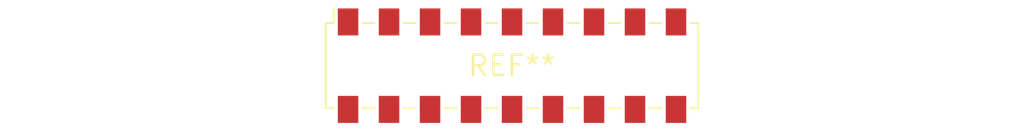
<source format=kicad_pcb>
(kicad_pcb (version 20240108) (generator pcbnew)
  (layers (0 "F.Cu" signal) (31 "B.Cu" signal) (34 "B.Paste" user) (35 "F.Paste" user) (36 "B.SilkS" user "B.Silkscreen") (37 "F.SilkS" user "F.Silkscreen") (38 "B.Mask" user) (39 "F.Mask" user) (44 "Edge.Cuts" user))
  (net 0 "")
  (footprint "Samtec_HLE-109-02-xxx-DV-BE-LC_2x09_P2.54mm_Horizontal" (layer "F.Cu") (at 0 0)
    (property "Reference" "REF**")
    (property "Value" "Samtec_HLE-109-02-xxx-DV-BE-LC_2x09_P2.54mm_Horizontal")
    (fp_line (start -11.54 -2.65) (end -11.54 2.65) (layer "F.SilkS") (stroke (width 0.12)))
    (fp_line (start -11.54 2.65) (end -11.055 2.65) (layer "F.SilkS") (stroke (width 0.12)))
    (fp_line (start -11.055 -3.56) (end -11.055 -2.65) (layer "F.SilkS") (stroke (width 0.12)))
    (fp_line (start -11.055 -2.65) (end -11.54 -2.65) (layer "F.SilkS") (stroke (width 0.12)))
    (fp_line (start -9.265 -2.65) (end -8.515 -2.65) (layer "F.SilkS") (stroke (width 0.12)))
    (fp_line (start -9.265 2.65) (end -8.515 2.65) (layer "F.SilkS") (stroke (width 0.12)))
    (fp_line (start -6.725 -2.65) (end -5.975 -2.65) (layer "F.SilkS") (stroke (width 0.12)))
    (fp_line (start -6.725 2.65) (end -5.975 2.65) (layer "F.SilkS") (stroke (width 0.12)))
    (fp_line (start -4.185 -2.65) (end -3.435 -2.65) (layer "F.SilkS") (stroke (width 0.12)))
    (fp_line (start -4.185 2.65) (end -3.435 2.65) (layer "F.SilkS") (stroke (width 0.12)))
    (fp_line (start -1.645 -2.65) (end -0.895 -2.65) (layer "F.SilkS") (stroke (width 0.12)))
    (fp_line (start -1.645 2.65) (end -0.895 2.65) (layer "F.SilkS") (stroke (width 0.12)))
    (fp_line (start 0.895 -2.65) (end 1.645 -2.65) (layer "F.SilkS") (stroke (width 0.12)))
    (fp_line (start 0.895 2.65) (end 1.645 2.65) (layer "F.SilkS") (stroke (width 0.12)))
    (fp_line (start 3.435 -2.65) (end 4.185 -2.65) (layer "F.SilkS") (stroke (width 0.12)))
    (fp_line (start 3.435 2.65) (end 4.185 2.65) (layer "F.SilkS") (stroke (width 0.12)))
    (fp_line (start 5.975 -2.65) (end 6.725 -2.65) (layer "F.SilkS") (stroke (width 0.12)))
    (fp_line (start 5.975 2.65) (end 6.725 2.65) (layer "F.SilkS") (stroke (width 0.12)))
    (fp_line (start 8.515 -2.65) (end 9.265 -2.65) (layer "F.SilkS") (stroke (width 0.12)))
    (fp_line (start 8.515 2.65) (end 9.265 2.65) (layer "F.SilkS") (stroke (width 0.12)))
    (fp_line (start 11.055 -2.65) (end 11.54 -2.65) (layer "F.SilkS") (stroke (width 0.12)))
    (fp_line (start 11.54 -2.65) (end 11.54 2.65) (layer "F.SilkS") (stroke (width 0.12)))
    (fp_line (start 11.54 2.65) (end 11.055 2.65) (layer "F.SilkS") (stroke (width 0.12)))
    (pad "" np_thru_hole circle (at -10.16 -1.27) (size 0.97 0.97) (drill 0.97) (layers *.Cu *.Mask))
    (pad "" np_thru_hole circle (at -10.16 1.27) (size 0.97 0.97) (drill 0.97) (layers *.Cu *.Mask))
    (pad "" np_thru_hole circle (at -8.89 0) (size 1.19 1.19) (drill 1.19) (layers *.Cu *.Mask))
    (pad "" np_thru_hole circle (at -7.62 -1.27) (size 0.97 0.97) (drill 0.97) (layers *.Cu *.Mask))
    (pad "" np_thru_hole circle (at -7.62 1.27) (size 0.97 0.97) (drill 0.97) (layers *.Cu *.Mask))
    (pad "" np_thru_hole circle (at -5.08 -1.27) (size 0.97 0.97) (drill 0.97) (layers *.Cu *.Mask))
    (pad "" np_thru_hole circle (at -5.08 1.27) (size 0.97 0.97) (drill 0.97) (layers *.Cu *.Mask))
    (pad "" np_thru_hole circle (at -2.54 -1.27) (size 0.97 0.97) (drill 0.97) (layers *.Cu *.Mask))
    (pad "" np_thru_hole circle (at -2.54 1.27) (size 0.97 0.97) (drill 0.97) (layers *.Cu *.Mask))
    (pad "" np_thru_hole circle (at 0 -1.27) (size 0.97 0.97) (drill 0.97) (layers *.Cu *.Mask))
    (pad "" np_thru_hole circle (at 0 1.27) (size 0.97 0.97) (drill 0.97) (layers *.Cu *.Mask))
    (pad "" np_thru_hole circle (at 2.54 -1.27) (size 0.97 0.97) (drill 0.97) (layers *.Cu *.Mask))
    (pad "" np_thru_hole circle (at 2.54 1.27) (size 0.97 0.97) (drill 0.97) (layers *.Cu *.Mask))
    (pad "" np_thru_hole circle (at 5.08 -1.27) (size 0.97 0.97) (drill 0.97) (layers *.Cu *.Mask))
    (pad "" np_thru_hole circle (at 5.08 1.27) (size 0.97 0.97) (drill 0.97) (layers *.Cu *.Mask))
    (pad "" np_thru_hole circle (at 7.62 -1.27) (size 0.97 0.97) (drill 0.97) (layers *.Cu *.Mask))
    (pad "" np_thru_hole circle (at 7.62 1.27) (size 0.97 0.97) (drill 0.97) (layers *.Cu *.Mask))
    (pad "" np_thru_hole circle (at 8.89 0) (size 1.19 1.19) (drill 1.19) (layers *.Cu *.Mask))
    (pad "" np_thru_hole circle (at 10.16 -1.27) (size 0.97 0.97) (drill 0.97) (layers *.Cu *.Mask))
    (pad "" np_thru_hole circle (at 10.16 1.27) (size 0.97 0.97) (drill 0.97) (layers *.Cu *.Mask))
    (pad "1" smd rect (at -10.16 -2.72) (size 1.27 1.68) (layers "F.Cu" "F.Paste" "F.Mask"))
    (pad "2" smd rect (at -10.16 2.72) (size 1.27 1.68) (layers "F.Cu" "F.Paste" "F.Mask"))
    (pad "3" smd rect (at -7.62 -2.72) (size 1.27 1.68) (layers "F.Cu" "F.Paste" "F.Mask"))
    (pad "4" smd rect (at -7.62 2.72) (size 1.27 1.68) (layers "F.Cu" "F.Paste" "F.Mask"))
    (pad "5" smd rect (at -5.08 -2.72) (size 1.27 1.68) (layers "F.Cu" "F.Paste" "F.Mask"))
    (pad "6" smd rect (at -5.08 2.72) (size 1.27 1.68) (layers "F.Cu" "F.Paste" "F.Mask"))
    (pad "7" smd rect (at -2.54 -2.72) (size 1.27 1.68) (layers "F.Cu" "F.Paste" "F.Mask"))
    (pad "8" smd rect (at -2.54 2.72) (size 1.27 1.68) (layers "F.Cu" "F.Paste" "F.Mask"))
    (pad "9" smd rect (at 0 -2.72) (size 1.27 1.68) (layers "F.Cu" "F.Paste" "F.Mask"))
    (pad "10" smd rect (at 0 2.72) (size 1.27 1.68) (layers "F.Cu" "F.Paste" "F.Mask"))
    (pad "11" smd rect (at 2.54 -2.72) (size 1.27 1.68) (layers "F.Cu" "F.Paste" "F.Mask"))
    (pad "12" smd rect (at 2.54 2.72) (size 1.27 1.68) (layers "F.Cu" "F.Paste" "F.Mask"))
    (pad "13" smd rect (at 5.08 -2.72) (size 1.27 1.68) (layers "F.Cu" "F.Paste" "F.Mask"))
    (pad "14" smd rect (at 5.08 2.72) (size 1.27 1.68) (layers "F.Cu" "F.Paste" "F.Mask"))
    (pad "15" smd rect (at 7.62 -2.72) (size 1.27 1.68) (layers "F.Cu" "F.Paste" "F.Mask"))
    (pad "16" smd rect (at 7.62 2.72) (size 1.27 1.68) (layers "F.Cu" "F.Paste" "F.Mask"))
    (pad "17" smd rect (at 10.16 -2.72) (size 1.27 1.68) (layers "F.Cu" "F.Paste" "F.Mask"))
    (pad "18" smd rect (at 10.16 2.72) (size 1.27 1.68) (layers "F.Cu" "F.Paste" "F.Mask"))
  )
)
</source>
